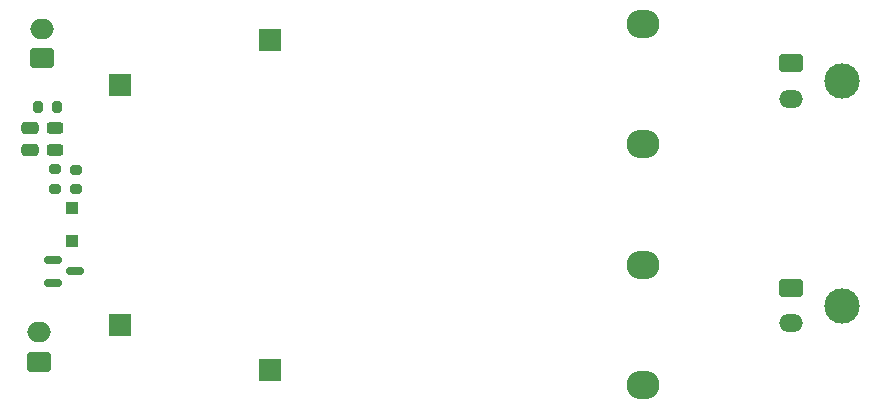
<source format=gbr>
%TF.GenerationSoftware,KiCad,Pcbnew,7.0.11-rc3*%
%TF.CreationDate,2025-03-16T23:29:25+08:00*%
%TF.ProjectId,miniAIR,6d696e69-4149-4522-9e6b-696361645f70,rev?*%
%TF.SameCoordinates,Original*%
%TF.FileFunction,Soldermask,Top*%
%TF.FilePolarity,Negative*%
%FSLAX46Y46*%
G04 Gerber Fmt 4.6, Leading zero omitted, Abs format (unit mm)*
G04 Created by KiCad (PCBNEW 7.0.11-rc3) date 2025-03-16 23:29:25*
%MOMM*%
%LPD*%
G01*
G04 APERTURE LIST*
G04 Aperture macros list*
%AMRoundRect*
0 Rectangle with rounded corners*
0 $1 Rounding radius*
0 $2 $3 $4 $5 $6 $7 $8 $9 X,Y pos of 4 corners*
0 Add a 4 corners polygon primitive as box body*
4,1,4,$2,$3,$4,$5,$6,$7,$8,$9,$2,$3,0*
0 Add four circle primitives for the rounded corners*
1,1,$1+$1,$2,$3*
1,1,$1+$1,$4,$5*
1,1,$1+$1,$6,$7*
1,1,$1+$1,$8,$9*
0 Add four rect primitives between the rounded corners*
20,1,$1+$1,$2,$3,$4,$5,0*
20,1,$1+$1,$4,$5,$6,$7,0*
20,1,$1+$1,$6,$7,$8,$9,0*
20,1,$1+$1,$8,$9,$2,$3,0*%
G04 Aperture macros list end*
%ADD10RoundRect,0.250000X0.750000X-0.600000X0.750000X0.600000X-0.750000X0.600000X-0.750000X-0.600000X0*%
%ADD11O,2.000000X1.700000*%
%ADD12O,2.800000X2.400000*%
%ADD13RoundRect,0.250000X0.475000X-0.250000X0.475000X0.250000X-0.475000X0.250000X-0.475000X-0.250000X0*%
%ADD14C,3.000000*%
%ADD15RoundRect,0.250001X-0.759999X0.499999X-0.759999X-0.499999X0.759999X-0.499999X0.759999X0.499999X0*%
%ADD16O,2.020000X1.500000*%
%ADD17R,1.900000X1.900000*%
%ADD18RoundRect,0.243750X-0.456250X0.243750X-0.456250X-0.243750X0.456250X-0.243750X0.456250X0.243750X0*%
%ADD19RoundRect,0.200000X-0.275000X0.200000X-0.275000X-0.200000X0.275000X-0.200000X0.275000X0.200000X0*%
%ADD20RoundRect,0.250000X-0.300000X0.300000X-0.300000X-0.300000X0.300000X-0.300000X0.300000X0.300000X0*%
%ADD21RoundRect,0.200000X0.200000X0.275000X-0.200000X0.275000X-0.200000X-0.275000X0.200000X-0.275000X0*%
%ADD22RoundRect,0.200000X0.275000X-0.200000X0.275000X0.200000X-0.275000X0.200000X-0.275000X-0.200000X0*%
%ADD23RoundRect,0.150000X-0.587500X-0.150000X0.587500X-0.150000X0.587500X0.150000X-0.587500X0.150000X0*%
G04 APERTURE END LIST*
D10*
%TO.C,J1*%
X117325000Y-98250000D03*
D11*
X117325000Y-95750000D03*
%TD*%
D12*
%TO.C,U2*%
X168400000Y-100230000D03*
X168400000Y-90070000D03*
%TD*%
D13*
%TO.C,C1*%
X116500000Y-80350000D03*
X116500000Y-78450000D03*
%TD*%
D14*
%TO.C,J2*%
X185320000Y-74500000D03*
D15*
X181000000Y-73000000D03*
D16*
X181000000Y-76000000D03*
%TD*%
D10*
%TO.C,J4*%
X117575000Y-72550000D03*
D11*
X117575000Y-70050000D03*
%TD*%
D17*
%TO.C,K1*%
X136900000Y-98970000D03*
X136900000Y-71030000D03*
X124200000Y-74850000D03*
X124200000Y-95150000D03*
%TD*%
D18*
%TO.C,D2*%
X118650000Y-78462500D03*
X118650000Y-80337500D03*
%TD*%
D19*
%TO.C,R4*%
X118650000Y-81975000D03*
X118650000Y-83625000D03*
%TD*%
D20*
%TO.C,D1*%
X120100000Y-85250000D03*
X120100000Y-88050000D03*
%TD*%
D14*
%TO.C,J3*%
X185320000Y-93500000D03*
D15*
X181000000Y-92000000D03*
D16*
X181000000Y-95000000D03*
%TD*%
D21*
%TO.C,R5*%
X118825000Y-76700000D03*
X117175000Y-76700000D03*
%TD*%
D22*
%TO.C,R3*%
X120450000Y-83650000D03*
X120450000Y-82000000D03*
%TD*%
D23*
%TO.C,Q1*%
X118512500Y-89650000D03*
X118512500Y-91550000D03*
X120387500Y-90600000D03*
%TD*%
D12*
%TO.C,U1*%
X168400000Y-79830000D03*
X168400000Y-69670000D03*
%TD*%
M02*

</source>
